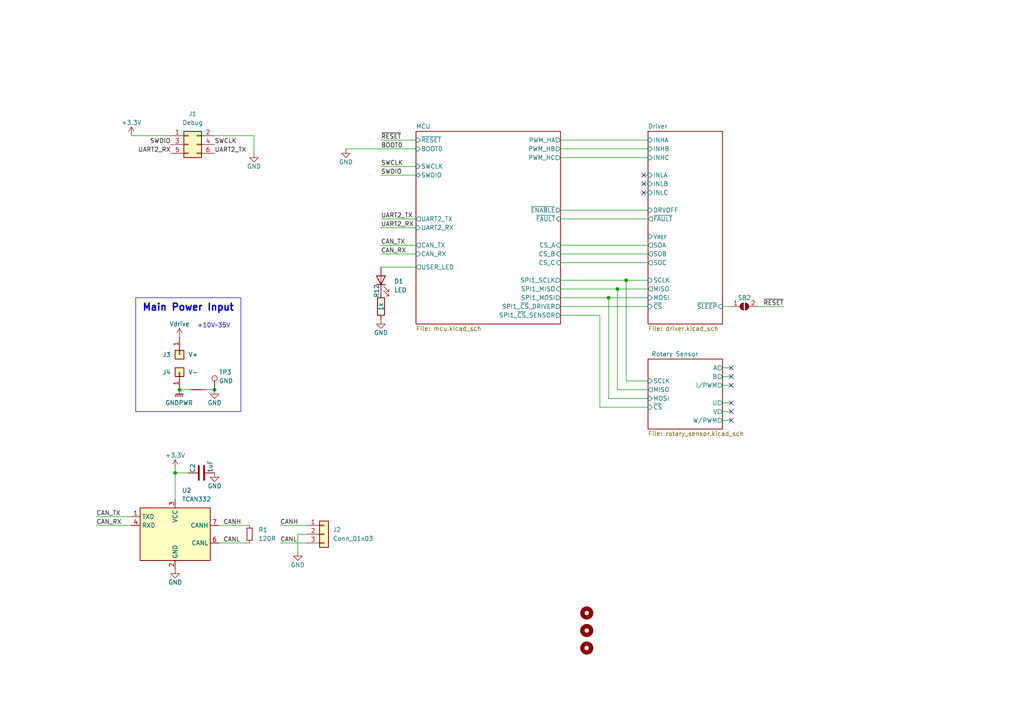
<source format=kicad_sch>
(kicad_sch (version 20230121) (generator eeschema)
  (paper "A4")
  (title_block (title "moco-OI401") (rev "1.0") (comment 1 "BLDC motor controller/driver") (comment 2 "MIT license (Open source hardware)") (comment 3 "https://github.com/ziteh/moco"))
  (lib_symbols
    (symbol "Connector:TestPoint" (pin_numbers hide) (pin_names (offset 0.762) hide)
      (property "Reference" "TP" (at 0 6.858 0))
      (property "Value" "TestPoint" (at 0 5.08 0))
      (symbol "TestPoint_0_1"
        (circle (center 0 3.302) (radius 0.762))
      )
      (symbol "TestPoint_1_1"
        (pin passive line (at 0 0 90) (length 2.54) (name "1") (number "1"))
      )
    )
    (symbol "Connector_Generic:Conn_01x01" (pin_names (offset 1.016) hide)
      (property "Reference" "J" (at 0 2.54 0))
      (property "Value" "Conn_01x01" (at 0 -2.54 0))
      (symbol "Conn_01x01_1_1"
        (rectangle (start -1.27 0.127) (end 0 -0.127) (stroke (width 0.1524)))
        (rectangle (start -1.27 1.27) (end 1.27 -1.27) (stroke (width 0.254)) (fill (type background)))
        (pin passive line (at -5.08 0 0) (length 3.81) (name "Pin_1") (number "1"))
      )
    )
    (symbol "Connector_Generic:Conn_01x03" (pin_names (offset 1.016) hide)
      (property "Reference" "J" (at 0 5.08 0))
      (property "Value" "Conn_01x03" (at 0 -5.08 0))
      (symbol "Conn_01x03_1_1"
        (rectangle (start -1.27 -2.413) (end 0 -2.667) (stroke (width 0.1524)))
        (rectangle (start -1.27 0.127) (end 0 -0.127) (stroke (width 0.1524)))
        (rectangle (start -1.27 2.667) (end 0 2.413) (stroke (width 0.1524)))
        (rectangle (start -1.27 3.81) (end 1.27 -3.81) (stroke (width 0.254)) (fill (type background)))
        (pin passive line (at -5.08 2.54 0) (length 3.81) (name "Pin_1") (number "1"))
        (pin passive line (at -5.08 0 0) (length 3.81) (name "Pin_2") (number "2"))
        (pin passive line (at -5.08 -2.54 0) (length 3.81) (name "Pin_3") (number "3"))
      )
    )
    (symbol "Connector_Generic:Conn_02x03_Odd_Even" (pin_names (offset 1.016) hide)
      (property "Reference" "J" (at 1.27 5.08 0))
      (property "Value" "Conn_02x03_Odd_Even" (at 1.27 -5.08 0))
      (symbol "Conn_02x03_Odd_Even_1_1"
        (rectangle (start -1.27 -2.413) (end 0 -2.667) (stroke (width 0.1524)))
        (rectangle (start -1.27 0.127) (end 0 -0.127) (stroke (width 0.1524)))
        (rectangle (start -1.27 2.667) (end 0 2.413) (stroke (width 0.1524)))
        (rectangle (start -1.27 3.81) (end 3.81 -3.81) (stroke (width 0.254)) (fill (type background)))
        (rectangle (start 3.81 -2.413) (end 2.54 -2.667) (stroke (width 0.1524)))
        (rectangle (start 3.81 0.127) (end 2.54 -0.127) (stroke (width 0.1524)))
        (rectangle (start 3.81 2.667) (end 2.54 2.413) (stroke (width 0.1524)))
        (pin passive line (at -5.08 2.54 0) (length 3.81) (name "Pin_1") (number "1"))
        (pin passive line (at 7.62 2.54 180) (length 3.81) (name "Pin_2") (number "2"))
        (pin passive line (at -5.08 0 0) (length 3.81) (name "Pin_3") (number "3"))
        (pin passive line (at 7.62 0 180) (length 3.81) (name "Pin_4") (number "4"))
        (pin passive line (at -5.08 -2.54 0) (length 3.81) (name "Pin_5") (number "5"))
        (pin passive line (at 7.62 -2.54 180) (length 3.81) (name "Pin_6") (number "6"))
      )
    )
    (symbol "Device:C" (pin_numbers hide) (pin_names (offset 0.254))
      (property "Reference" "C" (at 0.635 2.54 0))
      (property "Value" "C" (at 0.635 -2.54 0))
      (symbol "C_0_1"
        (polyline (pts (xy -2.032 -0.762) (xy 2.032 -0.762)) (stroke (width 0.508)))
        (polyline (pts (xy -2.032 0.762) (xy 2.032 0.762)) (stroke (width 0.508)))
      )
      (symbol "C_1_1"
        (pin passive line (at 0 3.81 270) (length 2.794) (name "~") (number "1"))
        (pin passive line (at 0 -3.81 90) (length 2.794) (name "~") (number "2"))
      )
    )
    (symbol "Device:LED" (pin_numbers hide) (pin_names (offset 1.016) hide)
      (property "Reference" "D" (at 0 2.54 0))
      (property "Value" "LED" (at 0 -2.54 0))
      (symbol "LED_0_1"
        (polyline (pts (xy -1.27 -1.27) (xy -1.27 1.27)) (stroke (width 0.254)))
        (polyline (pts (xy -1.27 0) (xy 1.27 0)))
        (polyline (pts (xy 1.27 -1.27) (xy 1.27 1.27) (xy -1.27 0) (xy 1.27 -1.27)) (stroke (width 0.254)))
        (polyline (pts (xy -3.048 -0.762) (xy -4.572 -2.286) (xy -3.81 -2.286) (xy -4.572 -2.286) (xy -4.572 -1.524)))
        (polyline (pts (xy -1.778 -0.762) (xy -3.302 -2.286) (xy -2.54 -2.286) (xy -3.302 -2.286) (xy -3.302 -1.524)))
      )
      (symbol "LED_1_1"
        (pin passive line (at -3.81 0 0) (length 2.54) (name "K") (number "1"))
        (pin passive line (at 3.81 0 180) (length 2.54) (name "A") (number "2"))
      )
    )
    (symbol "Device:NetTie_2" (pin_numbers hide) (pin_names (offset 0) hide) (in_bom no)
      (property "Reference" "NT" (at 0 1.27 0))
      (property "Value" "NetTie_2" (at 0 -1.27 0))
      (symbol "NetTie_2_0_1"
        (polyline (pts (xy -1.27 0) (xy 1.27 0)) (stroke (width 0.254)))
      )
      (symbol "NetTie_2_1_1"
        (pin passive line (at -2.54 0 0) (length 2.54) (name "1") (number "1"))
        (pin passive line (at 2.54 0 180) (length 2.54) (name "2") (number "2"))
      )
    )
    (symbol "Device:R" (pin_numbers hide) (pin_names (offset 0))
      (property "Reference" "R" (at 2.032 0 90))
      (property "Value" "R" (at 0 0 90))
      (symbol "R_0_1"
        (rectangle (start -1.016 -2.54) (end 1.016 2.54) (stroke (width 0.254)))
      )
      (symbol "R_1_1"
        (pin passive line (at 0 3.81 270) (length 1.27) (name "~") (number "1"))
        (pin passive line (at 0 -3.81 90) (length 1.27) (name "~") (number "2"))
      )
    )
    (symbol "Device:R_Small" (pin_numbers hide) (pin_names (offset 0.254) hide)
      (property "Reference" "R" (at 0.762 0.508 0))
      (property "Value" "R_Small" (at 0.762 -1.016 0))
      (symbol "R_Small_0_1"
        (rectangle (start -0.762 1.778) (end 0.762 -1.778) (stroke (width 0.2032)))
      )
      (symbol "R_Small_1_1"
        (pin passive line (at 0 2.54 270) (length 0.762) (name "~") (number "1"))
        (pin passive line (at 0 -2.54 90) (length 0.762) (name "~") (number "2"))
      )
    )
    (symbol "Interface_CAN_LIN:TCAN332"
      (property "Reference" "U" (at -10.16 8.89 0))
      (property "Value" "TCAN332" (at 2.54 8.89 0))
      (symbol "TCAN332_0_1"
        (rectangle (start -10.16 7.62) (end 10.16 -7.62) (stroke (width 0.254)) (fill (type background)))
      )
      (symbol "TCAN332_1_1"
        (pin input line (at -12.7 5.08 0) (length 2.54) (name "TXD") (number "1"))
        (pin power_in line (at 0 -10.16 90) (length 2.54) (name "GND") (number "2"))
        (pin power_in line (at 0 10.16 270) (length 2.54) (name "VCC") (number "3"))
        (pin tri_state line (at -12.7 2.54 0) (length 2.54) (name "RXD") (number "4"))
        (pin no_connect line (at -10.16 -2.54 0) (length 2.54) hide (name "NC") (number "5"))
        (pin bidirectional line (at 12.7 -2.54 180) (length 2.54) (name "CANL") (number "6"))
        (pin bidirectional line (at 12.7 2.54 180) (length 2.54) (name "CANH") (number "7"))
        (pin no_connect line (at -10.16 -5.08 0) (length 2.54) hide (name "NC") (number "8"))
      )
    )
    (symbol "Jumper:SolderJumper_2_Open" (pin_names (offset 0) hide)
      (property "Reference" "JP" (at 0 2.032 0))
      (property "Value" "SolderJumper_2_Open" (at 0 -2.54 0))
      (symbol "SolderJumper_2_Open_0_1"
        (arc (start -0.254 1.016) (mid -1.2656 0) (end -0.254 -1.016))
        (arc (start -0.254 1.016) (mid -1.2656 0) (end -0.254 -1.016) (fill (type outline)))
        (polyline (pts (xy -0.254 1.016) (xy -0.254 -1.016)))
        (polyline (pts (xy 0.254 1.016) (xy 0.254 -1.016)))
        (arc (start 0.254 -1.016) (mid 1.2656 0) (end 0.254 1.016))
        (arc (start 0.254 -1.016) (mid 1.2656 0) (end 0.254 1.016) (fill (type outline)))
      )
      (symbol "SolderJumper_2_Open_1_1"
        (pin passive line (at -3.81 0 0) (length 2.54) (name "A") (number "1"))
        (pin passive line (at 3.81 0 180) (length 2.54) (name "B") (number "2"))
      )
    )
    (symbol "Mechanical:MountingHole" (pin_names (offset 1.016))
      (property "Reference" "H" (at 0 5.08 0))
      (property "Value" "MountingHole" (at 0 3.175 0))
      (symbol "MountingHole_0_1"
        (circle (center 0 0) (radius 1.27) (stroke (width 1.27)))
      )
    )
    (symbol "power:+3.3V" (power) (pin_names (offset 0))
      (property "Value" "+3.3V" (at 0 3.556 0))
      (symbol "+3.3V_0_1"
        (polyline (pts (xy -0.762 1.27) (xy 0 2.54)))
        (polyline (pts (xy 0 0) (xy 0 2.54)))
        (polyline (pts (xy 0 2.54) (xy 0.762 1.27)))
      )
      (symbol "+3.3V_1_1"
        (pin power_in line (at 0 0 90) (length 0) hide (name "+3.3V") (number "1"))
      )
    )
    (symbol "power:GND" (power) (pin_names (offset 0))
      (property "Value" "GND" (at 0 -3.81 0))
      (symbol "GND_0_1"
        (polyline (pts (xy 0 0) (xy 0 -1.27) (xy 1.27 -1.27) (xy 0 -2.54) (xy -1.27 -1.27) (xy 0 -1.27)))
      )
      (symbol "GND_1_1"
        (pin power_in line (at 0 0 270) (length 0) hide (name "GND") (number "1"))
      )
    )
    (symbol "power:GNDPWR" (power) (pin_names (offset 0))
      (property "Value" "GNDPWR" (at 0 -3.302 0))
      (symbol "GNDPWR_0_1"
        (polyline (pts (xy 0 -1.27) (xy 0 0)))
        (polyline (pts (xy -1.016 -1.27) (xy -1.27 -2.032) (xy -1.27 -2.032)) (stroke (width 0.2032)))
        (polyline (pts (xy -0.508 -1.27) (xy -0.762 -2.032) (xy -0.762 -2.032)) (stroke (width 0.2032)))
        (polyline (pts (xy 0 -1.27) (xy -0.254 -2.032) (xy -0.254 -2.032)) (stroke (width 0.2032)))
        (polyline (pts (xy 0.508 -1.27) (xy 0.254 -2.032) (xy 0.254 -2.032)) (stroke (width 0.2032)))
        (polyline (pts (xy 1.016 -1.27) (xy -1.016 -1.27) (xy -1.016 -1.27)) (stroke (width 0.2032)))
        (polyline (pts (xy 1.016 -1.27) (xy 0.762 -2.032) (xy 0.762 -2.032) (xy 0.762 -2.032)) (stroke (width 0.2032)))
      )
      (symbol "GNDPWR_1_1"
        (pin power_in line (at 0 0 270) (length 0) hide (name "GNDPWR") (number "1"))
      )
    )
    (symbol "power:Vdrive" (power) (pin_names (offset 0))
      (property "Value" "Vdrive" (at 0 3.81 0))
      (symbol "Vdrive_0_1"
        (polyline (pts (xy -0.762 1.27) (xy 0 2.54)))
        (polyline (pts (xy 0 0) (xy 0 2.54)))
        (polyline (pts (xy 0 2.54) (xy 0.762 1.27)))
      )
      (symbol "Vdrive_1_1"
        (pin power_in line (at 0 0 90) (length 0) hide (name "Vdrive") (number "1"))
      )
    )
  )
  (junction (at 62.23 113.03))
  (junction (at 181.61 81.28))
  (junction (at 50.8 137.16))
  (junction (at 52.07 113.03))
  (junction (at 176.53 86.36))
  (junction (at 179.07 83.82))
  (no_connect (at 212.09 116.84))
  (no_connect (at 212.09 106.68))
  (no_connect (at 212.09 111.76))
  (no_connect (at 212.09 109.22))
  (no_connect (at 212.09 119.38))
  (no_connect (at 186.69 55.88))
  (no_connect (at 212.09 121.92))
  (no_connect (at 186.69 50.8))
  (no_connect (at 186.69 53.34))
  (wire (pts (xy 162.56 43.18) (xy 187.96 43.18)))
  (wire (pts (xy 209.55 109.22) (xy 212.09 109.22)))
  (wire (pts (xy 162.56 88.9) (xy 187.96 88.9)))
  (wire (pts (xy 54.61 113.03) (xy 52.07 113.03)))
  (wire (pts (xy 110.49 50.8) (xy 120.65 50.8)))
  (wire (pts (xy 110.49 63.5) (xy 120.65 63.5)))
  (wire (pts (xy 181.61 81.28) (xy 181.61 110.49)))
  (wire (pts (xy 86.36 160.02) (xy 86.36 154.94)))
  (wire (pts (xy 110.49 66.04) (xy 120.65 66.04)))
  (wire (pts (xy 209.55 106.68) (xy 212.09 106.68)))
  (wire (pts (xy 187.96 115.57) (xy 176.53 115.57)))
  (wire (pts (xy 176.53 115.57) (xy 176.53 86.36)))
  (wire (pts (xy 209.55 111.76) (xy 212.09 111.76)))
  (wire (pts (xy 209.55 121.92) (xy 212.09 121.92)))
  (wire (pts (xy 110.49 48.26) (xy 120.65 48.26)))
  (wire (pts (xy 73.66 39.37) (xy 73.66 44.45)))
  (wire (pts (xy 209.55 116.84) (xy 212.09 116.84)))
  (wire (pts (xy 173.99 91.44) (xy 162.56 91.44)))
  (wire (pts (xy 186.69 55.88) (xy 187.96 55.88)))
  (wire (pts (xy 227.33 88.9) (xy 219.71 88.9)))
  (wire (pts (xy 179.07 113.03) (xy 179.07 83.82)))
  (wire (pts (xy 187.96 113.03) (xy 179.07 113.03)))
  (wire (pts (xy 181.61 81.28) (xy 187.96 81.28)))
  (wire (pts (xy 81.28 152.4) (xy 88.9 152.4)))
  (wire (pts (xy 187.96 110.49) (xy 181.61 110.49)))
  (wire (pts (xy 27.94 152.4) (xy 38.1 152.4)))
  (wire (pts (xy 162.56 73.66) (xy 187.96 73.66)))
  (wire (pts (xy 62.23 113.03) (xy 59.69 113.03)))
  (wire (pts (xy 162.56 60.96) (xy 187.96 60.96)))
  (wire (pts (xy 176.53 86.36) (xy 187.96 86.36)))
  (wire (pts (xy 100.33 43.18) (xy 120.65 43.18)))
  (wire (pts (xy 209.55 88.9) (xy 212.09 88.9)))
  (wire (pts (xy 38.1 39.37) (xy 49.53 39.37)))
  (wire (pts (xy 110.49 73.66) (xy 120.65 73.66)))
  (wire (pts (xy 162.56 40.64) (xy 187.96 40.64)))
  (wire (pts (xy 187.96 118.11) (xy 173.99 118.11)))
  (wire (pts (xy 173.99 118.11) (xy 173.99 91.44)))
  (wire (pts (xy 86.36 154.94) (xy 88.9 154.94)))
  (wire (pts (xy 110.49 77.47) (xy 120.65 77.47)))
  (wire (pts (xy 186.69 50.8) (xy 187.96 50.8)))
  (wire (pts (xy 179.07 83.82) (xy 187.96 83.82)))
  (wire (pts (xy 186.69 53.34) (xy 187.96 53.34)))
  (wire (pts (xy 162.56 76.2) (xy 187.96 76.2)))
  (wire (pts (xy 27.94 149.86) (xy 38.1 149.86)))
  (wire (pts (xy 63.5 152.4) (xy 72.39 152.4)))
  (wire (pts (xy 162.56 83.82) (xy 179.07 83.82)))
  (wire (pts (xy 162.56 71.12) (xy 187.96 71.12)))
  (wire (pts (xy 50.8 137.16) (xy 54.61 137.16)))
  (wire (pts (xy 63.5 157.48) (xy 72.39 157.48)))
  (wire (pts (xy 62.23 39.37) (xy 73.66 39.37)))
  (wire (pts (xy 50.8 137.16) (xy 50.8 144.78)))
  (wire (pts (xy 50.8 135.89) (xy 50.8 137.16)))
  (wire (pts (xy 162.56 86.36) (xy 176.53 86.36)))
  (wire (pts (xy 110.49 40.64) (xy 120.65 40.64)))
  (wire (pts (xy 209.55 119.38) (xy 212.09 119.38)))
  (wire (pts (xy 162.56 45.72) (xy 187.96 45.72)))
  (wire (pts (xy 162.56 81.28) (xy 181.61 81.28)))
  (wire (pts (xy 81.28 157.48) (xy 88.9 157.48)))
  (wire (pts (xy 110.49 71.12) (xy 120.65 71.12)))
  (wire (pts (xy 162.56 63.5) (xy 187.96 63.5)))
  (text_box "Main Power Input" (at 39.37 86.36 0) (size 30.48 33.02) (effects (font (size 2 2) (thickness 0.4) bold) (justify top)))
  (text "+10V~35V" (at 57.15 95.25 0) (effects (font (size 1.27 1.27)) (justify left bottom)))
  (label "CAN_TX" (at 110.49 71.12 0))
  (label "~{RESET}" (at 227.33 88.9 180))
  (label "CANL" (at 64.77 157.48 0))
  (label "SWCLK" (at 62.23 41.91 0))
  (label "CAN_TX" (at 27.94 149.86 0))
  (label "SWDIO" (at 49.53 41.91 180))
  (label "UART2_RX" (at 110.49 66.04 0))
  (label "UART2_TX" (at 110.49 63.5 0))
  (label "CANH" (at 64.77 152.4 0))
  (label "CANL" (at 81.28 157.48 0))
  (label "~{RESET}" (at 110.49 40.64 0))
  (label "UART2_RX" (at 49.53 44.45 180))
  (label "BOOT0" (at 110.49 43.18 0))
  (label "SWDIO" (at 110.49 50.8 0))
  (label "UART2_TX" (at 62.23 44.45 0))
  (label "SWCLK" (at 110.49 48.26 0))
  (label "CANH" (at 81.28 152.4 0))
  (label "CAN_RX" (at 110.49 73.66 0))
  (label "CAN_RX" (at 27.94 152.4 0))
  (symbol (lib_id "Mechanical:MountingHole") (at 170.18 187.96 90) (unit 1) (in_bom no)
    (property "Reference" "H3" (effects hide))
    (property "Value" "MountingHole" (effects hide))
    (property "Footprint" "MountingHole:MountingHole_2.2mm_M2_ISO14580" (effects hide))
  )
  (symbol (lib_id "Device:LED") (at 110.49 81.28 90) (unit 1)
    (property "Reference" "D1" (at 114.3 81.5975 90) (effects (justify right)))
    (property "Value" "LED" (at 114.3 84.1375 90) (effects (justify right)))
    (property "Footprint" "LED_SMD:LED_0603_1608Metric" (effects hide))
  )
  (symbol (lib_id "power:GND") (at 62.23 113.03 0) (unit 1)
    (property "Reference" "#PWR011" (effects hide))
    (property "Value" "GND" (at 62.23 116.84 0))
  )
  (symbol (lib_id "power:GND") (at 73.66 44.45 0) (mirror y) (unit 1)
    (property "Reference" "#PWR03" (effects hide))
    (property "Value" "GND" (at 73.66 48.26 0))
  )
  (symbol (lib_id "power:GND") (at 100.33 43.18 0) (mirror y) (unit 1)
    (property "Reference" "#PWR08" (effects hide))
    (property "Value" "GND" (at 100.33 46.99 0))
  )
  (symbol (lib_id "Device:R") (at 110.49 88.9 0) (unit 1)
    (property "Reference" "R12" (at 109.22 86.36 90) (effects (justify left)))
    (property "Value" "1k" (at 110.49 90.17 90) (effects (justify left)))
    (property "Footprint" "Resistor_SMD:R_0402_1005Metric" (effects hide))
    (property "LCSC" "C25104" (effects hide))
    (property "MFR. Part#" "0402WGF3300TCE" (effects hide))
  )
  (symbol (lib_id "Connector_Generic:Conn_01x03") (at 93.98 154.94 0) (unit 1)
    (property "Reference" "J2" (at 96.52 153.67 0) (effects (justify left)))
    (property "Value" "Conn_01x03" (at 96.52 156.21 0) (effects (justify left)))
    (property "Footprint" "Connector_JST:JST_SH_SM03B-SRSS-TB_1x03-1MP_P1.00mm_Horizontal" (effects hide))
  )
  (symbol (lib_id "Connector:TestPoint") (at 62.23 113.03 0) (unit 1)
    (property "Reference" "TP3" (at 63.5 107.95 0) (effects (justify left)))
    (property "Value" "GND" (at 63.5 110.49 0) (effects (justify left)))
    (property "Footprint" "TestPoint:TestPoint_Pad_D1.0mm" (effects hide))
  )
  (symbol (lib_id "power:+3.3V") (at 38.1 39.37 0) (mirror y) (unit 1)
    (property "Reference" "#PWR01" (effects hide))
    (property "Value" "+3.3V" (at 38.1 35.56 0))
  )
  (symbol (lib_id "power:Vdrive") (at 52.07 97.79 0) (unit 1)
    (property "Reference" "#PWR09" (effects hide))
    (property "Value" "Vdrive" (at 52.07 93.98 0))
  )
  (symbol (lib_id "Device:R_Small") (at 72.39 154.94 0) (unit 1)
    (property "Reference" "R1" (at 74.93 153.67 0) (effects (justify left)))
    (property "Value" "120R" (at 74.93 156.21 0) (effects (justify left)))
    (property "Footprint" "Resistor_SMD:R_0402_1005Metric" (effects hide))
  )
  (symbol (lib_id "Jumper:SolderJumper_2_Open") (at 215.9 88.9 0) (unit 1)
    (property "Reference" "SB2" (at 215.9 86.36 0))
    (property "Value" "SolderJumper_2_Open" (effects hide))
    (property "Footprint" "Jumper:SolderJumper-2_P1.3mm_Open_RoundedPad1.0x1.5mm" (effects hide))
  )
  (symbol (lib_id "Interface_CAN_LIN:TCAN332") (at 50.8 154.94 0) (unit 1)
    (property "Reference" "U2" (at 52.7559 142.24 0) (effects (justify left)))
    (property "Value" "TCAN332" (at 52.7559 144.78 0) (effects (justify left)))
    (property "Footprint" "Package_TO_SOT_SMD:SOT-23-8" (effects hide))
    (property "Datasheet" "http://www.ti.com/lit/ds/symlink/tcan337.pdf" (effects hide))
  )
  (symbol (lib_id "power:GND") (at 50.8 165.1 0) (mirror y) (unit 1)
    (property "Reference" "#PWR07" (effects hide))
    (property "Value" "GND" (at 50.8 168.91 0))
  )
  (symbol (lib_id "power:+3.3V") (at 50.8 135.89 0) (mirror y) (unit 1)
    (property "Reference" "#PWR04" (effects hide))
    (property "Value" "+3.3V" (at 50.8 132.08 0))
  )
  (symbol (lib_id "Connector_Generic:Conn_01x01") (at 52.07 102.87 270) (unit 1)
    (property "Reference" "J3" (at 49.53 102.87 90) (effects (justify right)))
    (property "Value" "V+" (at 54.61 102.87 90) (effects (justify left)))
    (property "Footprint" "moco:wire_0.8mm" (effects hide))
  )
  (symbol (lib_id "power:GND") (at 86.36 160.02 0) (mirror y) (unit 1)
    (property "Reference" "#PWR016" (effects hide))
    (property "Value" "GND" (at 86.36 163.83 0))
  )
  (symbol (lib_id "Mechanical:MountingHole") (at 170.18 182.88 90) (unit 1) (in_bom no)
    (property "Reference" "H2" (effects hide))
    (property "Value" "MountingHole" (effects hide))
    (property "Footprint" "MountingHole:MountingHole_2.2mm_M2_ISO14580" (effects hide))
  )
  (symbol (lib_id "Mechanical:MountingHole") (at 170.18 177.8 90) (unit 1) (in_bom no)
    (property "Reference" "H1" (effects hide))
    (property "Value" "MountingHole" (effects hide))
    (property "Footprint" "MountingHole:MountingHole_2.2mm_M2_ISO14580" (effects hide))
  )
  (symbol (lib_id "power:GNDPWR") (at 52.07 113.03 0) (unit 1)
    (property "Reference" "#PWR010" (effects hide))
    (property "Value" "GNDPWR" (at 51.943 116.84 0))
  )
  (symbol (lib_id "Connector_Generic:Conn_02x03_Odd_Even") (at 54.61 41.91 0) (unit 1)
    (property "Reference" "J1" (at 55.88 33.02 0))
    (property "Value" "Debug" (at 55.88 35.56 0))
    (property "Footprint" "Connector_PinHeader_2.54mm:PinHeader_2x03_P2.54mm_Vertical" (effects hide))
  )
  (symbol (lib_id "Connector_Generic:Conn_01x01") (at 52.07 107.95 90) (unit 1)
    (property "Reference" "J4" (at 49.53 107.95 90) (effects (justify left)))
    (property "Value" "V-" (at 54.61 107.95 90) (effects (justify right)))
    (property "Footprint" "moco:wire_0.8mm" (effects hide))
  )
  (symbol (lib_id "Device:C") (at 58.42 137.16 90) (unit 1)
    (property "Reference" "C2" (at 55.88 137.16 0) (effects (justify left)))
    (property "Value" "1uF" (at 60.96 137.16 0) (effects (justify left)))
    (property "Footprint" "Capacitor_SMD:C_0402_1005Metric" (effects hide))
    (property "LCSC" "C52923" (effects hide))
    (property "MFR. Part#" "CL05A105KA5NQNC" (effects hide))
  )
  (symbol (lib_id "Device:NetTie_2") (at 57.15 113.03 0) (unit 1) (in_bom no)
    (property "Reference" "NT1" (effects hide))
    (property "Value" "NetTie_2" (effects hide))
    (property "Footprint" "NetTie:NetTie-2_SMD_Pad0.5mm" (effects hide))
  )
  (symbol (lib_id "power:GND") (at 62.23 137.16 0) (mirror y) (unit 1)
    (property "Reference" "#PWR012" (effects hide))
    (property "Value" "GND" (at 62.23 140.97 0))
  )
  (symbol (lib_id "power:GND") (at 110.49 92.71 0) (mirror y) (unit 1)
    (property "Reference" "#PWR02" (effects hide))
    (property "Value" "GND" (at 110.49 96.52 0))
  )
  (sheet (at 187.96 104.14) (size 21.59 20.32) (stroke (width 0.1524))
    (property "Sheetname" " Rotary Sensor" (at 187.96 103.4284 0) (effects (justify left bottom)))
    (property "Sheetfile" "rotary_sensor.kicad_sch" (at 187.96 125.0446 0) (effects (justify left top)))
    (pin "A" output (at 209.55 106.68 0))
    (pin "B" output (at 209.55 109.22 0))
    (pin "I{slash}PWM" output (at 209.55 111.76 0))
    (pin "V" output (at 209.55 119.38 0))
    (pin "W{slash}PWM" output (at 209.55 121.92 0))
    (pin "U" output (at 209.55 116.84 0))
    (pin "MISO" output (at 187.96 113.03 180))
    (pin "SCLK" input (at 187.96 110.49 180))
    (pin "~{CS}" input (at 187.96 118.11 180))
    (pin "MOSI" input (at 187.96 115.57 180))
  )
  (sheet (at 120.65 38.1) (size 41.91 55.88) (stroke (width 0.1524))
    (property "Sheetname" "MCU" (at 120.65 37.3884 0) (effects (justify left bottom)))
    (property "Sheetfile" "mcu.kicad_sch" (at 120.65 94.5646 0) (effects (justify left top)))
    (pin "SPI1_SCLK" output (at 162.56 81.28 0))
    (pin "SPI1_~{CS}_SENSOR" output (at 162.56 91.44 0))
    (pin "SPI1_MOSI" output (at 162.56 86.36 0))
    (pin "SPI1_MISO" input (at 162.56 83.82 0))
    (pin "~{ENABLE}" output (at 162.56 60.96 0))
    (pin "BOOT0" input (at 120.65 43.18 180))
    (pin "CS_A" input (at 162.56 71.12 0))
    (pin "SWCLK" input (at 120.65 48.26 180))
    (pin "SWDIO" bidirectional (at 120.65 50.8 180))
    (pin "PWM_HC" output (at 162.56 45.72 0))
    (pin "UART2_TX" output (at 120.65 63.5 180))
    (pin "UART2_RX" input (at 120.65 66.04 180))
    (pin "CS_C" input (at 162.56 76.2 0))
    (pin "PWM_HA" output (at 162.56 40.64 0))
    (pin "PWM_HB" output (at 162.56 43.18 0))
    (pin "CS_B" input (at 162.56 73.66 0))
    (pin "CAN_TX" output (at 120.65 71.12 180))
    (pin "CAN_RX" input (at 120.65 73.66 180))
    (pin "~{RESET}" input (at 120.65 40.64 180))
    (pin "~{FAULT}" input (at 162.56 63.5 0))
    (pin "SPI1_~{CS}_DRIVER" output (at 162.56 88.9 0))
    (pin "USER_LED" output (at 120.65 77.47 180))
  )
  (sheet (at 187.96 38.1) (size 21.59 55.88) (stroke (width 0.1524))
    (property "Sheetname" "Driver" (at 187.96 37.3884 0) (effects (justify left bottom)))
    (property "Sheetfile" "driver.kicad_sch" (at 187.96 94.5646 0) (effects (justify left top)))
    (pin "SOC" output (at 187.96 76.2 180))
    (pin "SOA" output (at 187.96 71.12 180))
    (pin "SOB" output (at 187.96 73.66 180))
    (pin "MOSI" input (at 187.96 86.36 180))
    (pin "~{CS}" input (at 187.96 88.9 180))
    (pin "MISO" output (at 187.96 83.82 180))
    (pin "DRVOFF" input (at 187.96 60.96 180))
    (pin "~{FAULT}" output (at 187.96 63.5 180))
    (pin "SCLK" input (at 187.96 81.28 180))
    (pin "INHB" input (at 187.96 43.18 180))
    (pin "INHC" input (at 187.96 45.72 180))
    (pin "INLB" input (at 187.96 53.34 180))
    (pin "INLC" input (at 187.96 55.88 180))
    (pin "INLA" input (at 187.96 50.8 180))
    (pin "INHA" input (at 187.96 40.64 180))
    (pin "V_{REF}" input (at 187.96 68.58 180))
    (pin "~{SLEEP}" input (at 209.55 88.9 0))
  )
)
</source>
